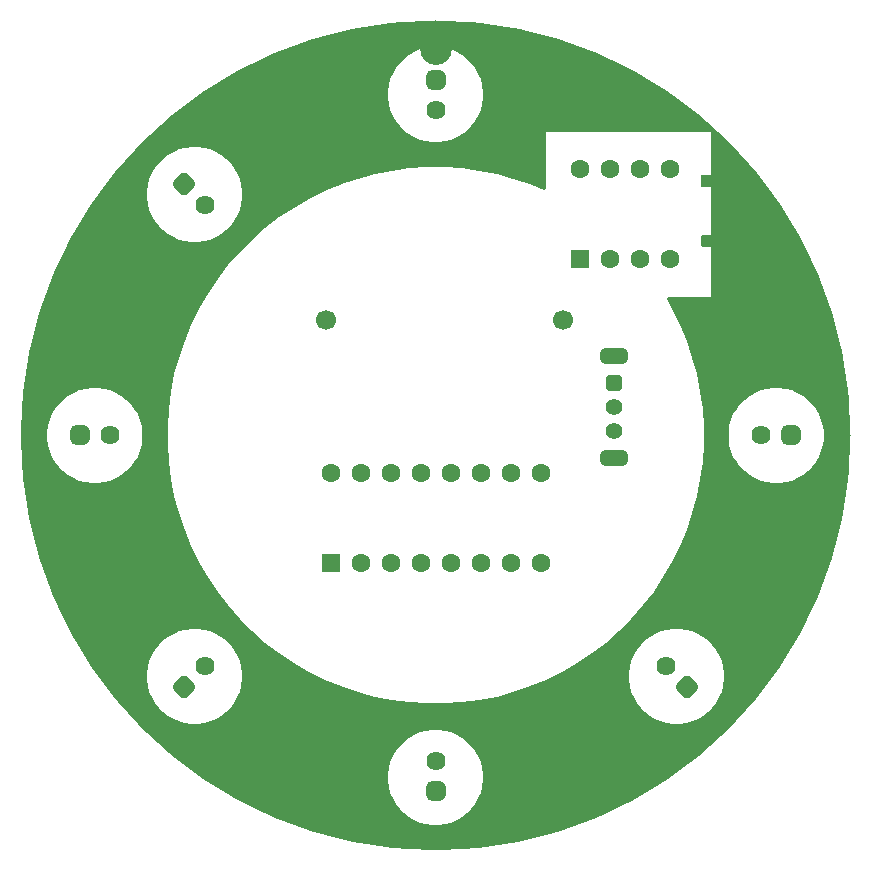
<source format=gts>
G04*
G04 #@! TF.GenerationSoftware,Altium Limited,Altium Designer,25.1.2 (22)*
G04*
G04 Layer_Color=8388736*
%FSLAX25Y25*%
%MOIN*%
G70*
G04*
G04 #@! TF.SameCoordinates,1F9D3A5C-45A7-463C-8666-355E490B88AF*
G04*
G04*
G04 #@! TF.FilePolarity,Negative*
G04*
G01*
G75*
%ADD11C,0.01000*%
G04:AMPARAMS|DCode=12|XSize=55.12mil|YSize=55.12mil|CornerRadius=14.76mil|HoleSize=0mil|Usage=FLASHONLY|Rotation=270.000|XOffset=0mil|YOffset=0mil|HoleType=Round|Shape=RoundedRectangle|*
%AMROUNDEDRECTD12*
21,1,0.05512,0.02559,0,0,270.0*
21,1,0.02559,0.05512,0,0,270.0*
1,1,0.02953,-0.01280,-0.01280*
1,1,0.02953,-0.01280,0.01280*
1,1,0.02953,0.01280,0.01280*
1,1,0.02953,0.01280,-0.01280*
%
%ADD12ROUNDEDRECTD12*%
%ADD13C,0.05512*%
G04:AMPARAMS|DCode=14|XSize=90.55mil|YSize=51.18mil|CornerRadius=13.78mil|HoleSize=0mil|Usage=FLASHONLY|Rotation=180.000|XOffset=0mil|YOffset=0mil|HoleType=Round|Shape=RoundedRectangle|*
%AMROUNDEDRECTD14*
21,1,0.09055,0.02362,0,0,180.0*
21,1,0.06299,0.05118,0,0,180.0*
1,1,0.02756,-0.03150,0.01181*
1,1,0.02756,0.03150,0.01181*
1,1,0.02756,0.03150,-0.01181*
1,1,0.02756,-0.03150,-0.01181*
%
%ADD14ROUNDEDRECTD14*%
%ADD15C,0.05906*%
%ADD16C,0.10630*%
%ADD17C,0.06693*%
%ADD18C,0.06299*%
%ADD19R,0.06299X0.06299*%
G04:AMPARAMS|DCode=20|XSize=43.31mil|YSize=43.31mil|CornerRadius=11.81mil|HoleSize=0mil|Usage=FLASHONLY|Rotation=270.000|XOffset=0mil|YOffset=0mil|HoleType=Round|Shape=RoundedRectangle|*
%AMROUNDEDRECTD20*
21,1,0.04331,0.01968,0,0,270.0*
21,1,0.01968,0.04331,0,0,270.0*
1,1,0.02362,-0.00984,-0.00984*
1,1,0.02362,-0.00984,0.00984*
1,1,0.02362,0.00984,0.00984*
1,1,0.02362,0.00984,-0.00984*
%
%ADD20ROUNDEDRECTD20*%
%ADD21R,0.04331X0.04331*%
%ADD22C,0.06394*%
G04:AMPARAMS|DCode=23|XSize=63.94mil|YSize=63.94mil|CornerRadius=16.97mil|HoleSize=0mil|Usage=FLASHONLY|Rotation=0.000|XOffset=0mil|YOffset=0mil|HoleType=Round|Shape=RoundedRectangle|*
%AMROUNDEDRECTD23*
21,1,0.06394,0.03000,0,0,0.0*
21,1,0.03000,0.06394,0,0,0.0*
1,1,0.03394,0.01500,-0.01500*
1,1,0.03394,-0.01500,-0.01500*
1,1,0.03394,-0.01500,0.01500*
1,1,0.03394,0.01500,0.01500*
%
%ADD23ROUNDEDRECTD23*%
G04:AMPARAMS|DCode=24|XSize=63.94mil|YSize=63.94mil|CornerRadius=16.97mil|HoleSize=0mil|Usage=FLASHONLY|Rotation=315.000|XOffset=0mil|YOffset=0mil|HoleType=Round|Shape=RoundedRectangle|*
%AMROUNDEDRECTD24*
21,1,0.06394,0.03000,0,0,315.0*
21,1,0.03000,0.06394,0,0,315.0*
1,1,0.03394,0.00000,-0.02121*
1,1,0.03394,-0.02121,0.00000*
1,1,0.03394,0.00000,0.02121*
1,1,0.03394,0.02121,0.00000*
%
%ADD24ROUNDEDRECTD24*%
G04:AMPARAMS|DCode=25|XSize=63.94mil|YSize=63.94mil|CornerRadius=16.97mil|HoleSize=0mil|Usage=FLASHONLY|Rotation=270.000|XOffset=0mil|YOffset=0mil|HoleType=Round|Shape=RoundedRectangle|*
%AMROUNDEDRECTD25*
21,1,0.06394,0.03000,0,0,270.0*
21,1,0.03000,0.06394,0,0,270.0*
1,1,0.03394,-0.01500,-0.01500*
1,1,0.03394,-0.01500,0.01500*
1,1,0.03394,0.01500,0.01500*
1,1,0.03394,0.01500,-0.01500*
%
%ADD25ROUNDEDRECTD25*%
G04:AMPARAMS|DCode=26|XSize=63.94mil|YSize=63.94mil|CornerRadius=16.97mil|HoleSize=0mil|Usage=FLASHONLY|Rotation=225.000|XOffset=0mil|YOffset=0mil|HoleType=Round|Shape=RoundedRectangle|*
%AMROUNDEDRECTD26*
21,1,0.06394,0.03000,0,0,225.0*
21,1,0.03000,0.06394,0,0,225.0*
1,1,0.03394,-0.02121,0.00000*
1,1,0.03394,0.00000,0.02121*
1,1,0.03394,0.02121,0.00000*
1,1,0.03394,0.00000,-0.02121*
%
%ADD26ROUNDEDRECTD26*%
G36*
X137792Y275567D02*
X141175Y275567D01*
X147932Y275235D01*
X154665Y274572D01*
X161357Y273579D01*
X167992Y272259D01*
X174555Y270615D01*
X181029Y268651D01*
X187399Y266372D01*
X193649Y263783D01*
X199765Y260890D01*
X205731Y257701D01*
X211534Y254223D01*
X217159Y250464D01*
X222593Y246434D01*
X227823Y242142D01*
X232835Y237599D01*
X237619Y232815D01*
X242162Y227802D01*
X246454Y222573D01*
X250484Y217139D01*
X254243Y211514D01*
X257721Y205711D01*
X260910Y199744D01*
X263803Y193629D01*
X266392Y187378D01*
X268671Y181009D01*
X270635Y174534D01*
X272279Y167972D01*
X273599Y161337D01*
X274592Y154645D01*
X275255Y147912D01*
X275588Y141155D01*
X275588Y137772D01*
X275588Y134389D01*
X275257Y127632D01*
X274594Y120899D01*
X273602Y114207D01*
X272282Y107571D01*
X270639Y101008D01*
X268675Y94534D01*
X266396Y88163D01*
X263808Y81913D01*
X260915Y75797D01*
X257726Y69830D01*
X254248Y64027D01*
X250490Y58401D01*
X246460Y52967D01*
X242168Y47737D01*
X237624Y42724D01*
X232840Y37940D01*
X227827Y33397D01*
X222597Y29105D01*
X217163Y25075D01*
X211538Y21316D01*
X205735Y17838D01*
X199768Y14649D01*
X193652Y11757D01*
X187401Y9168D01*
X181031Y6889D01*
X174557Y4925D01*
X167994Y3282D01*
X161358Y1963D01*
X154666Y970D01*
X147933Y308D01*
X141175Y-23D01*
X137792Y-23D01*
X134410Y-23D01*
X127652Y308D01*
X120919Y970D01*
X114227Y1963D01*
X107591Y3282D01*
X101028Y4925D01*
X94554Y6889D01*
X88184Y9168D01*
X81933Y11757D01*
X75817Y14649D01*
X69850Y17838D01*
X64047Y21316D01*
X58422Y25075D01*
X52987Y29105D01*
X47758Y33397D01*
X42745Y37940D01*
X37961Y42724D01*
X33417Y47737D01*
X29125Y52967D01*
X25095Y58401D01*
X21337Y64027D01*
X17858Y69830D01*
X14670Y75797D01*
X11777Y81913D01*
X9188Y88163D01*
X6909Y94534D01*
X4946Y101008D01*
X3302Y107571D01*
X1983Y114207D01*
X991Y120899D01*
X328Y127632D01*
X-3Y134389D01*
X-3Y137772D01*
X-3Y141155D01*
X328Y147912D01*
X991Y154645D01*
X1983Y161338D01*
X3302Y167973D01*
X4946Y174536D01*
X6909Y181011D01*
X9188Y187381D01*
X11777Y193631D01*
X14670Y199748D01*
X17858Y205714D01*
X21337Y211517D01*
X25095Y217143D01*
X29125Y222577D01*
X33417Y227807D01*
X37961Y232820D01*
X42745Y237604D01*
X47758Y242147D01*
X52987Y246439D01*
X58422Y250469D01*
X64047Y254228D01*
X69850Y257706D01*
X75817Y260895D01*
X81933Y263787D01*
X88184Y266376D01*
X94554Y268655D01*
X101028Y270619D01*
X107591Y272262D01*
X114227Y273582D01*
X120919Y274574D01*
X127652Y275236D01*
X134410Y275568D01*
X137792Y275567D01*
D02*
G37*
%LPC*%
G36*
X138822Y267227D02*
X137782Y267227D01*
X136742Y267227D01*
X134680Y266955D01*
X132670Y266417D01*
X130749Y265621D01*
X128947Y264581D01*
X127297Y263315D01*
X125826Y261844D01*
X124560Y260194D01*
X123520Y258392D01*
X122724Y256471D01*
X122186Y254462D01*
X121915Y252399D01*
X121915Y251359D01*
X121915Y250319D01*
X122186Y248257D01*
X122724Y246248D01*
X123520Y244326D01*
X124560Y242525D01*
X125826Y240875D01*
X127297Y239404D01*
X128947Y238138D01*
X130749Y237098D01*
X132670Y236302D01*
X134680Y235764D01*
X136742Y235492D01*
X137782Y235492D01*
X138822Y235492D01*
X140884Y235764D01*
X142893Y236302D01*
X144815Y237098D01*
X146616Y238138D01*
X148266Y239404D01*
X149737Y240875D01*
X151003Y242525D01*
X152043Y244326D01*
X152839Y246248D01*
X153378Y248257D01*
X153649Y250319D01*
X153649Y251359D01*
X153649Y252399D01*
X153378Y254462D01*
X152839Y256471D01*
X152043Y258392D01*
X151003Y260194D01*
X149737Y261844D01*
X148266Y263315D01*
X146616Y264581D01*
X144815Y265621D01*
X142893Y266417D01*
X140884Y266955D01*
X138822Y267227D01*
D02*
G37*
G36*
X58507Y233954D02*
X57467Y233954D01*
X56427Y233954D01*
X54365Y233682D01*
X52356Y233144D01*
X50434Y232348D01*
X48633Y231308D01*
X46983Y230042D01*
X45512Y228571D01*
X44246Y226921D01*
X43206Y225120D01*
X42410Y223198D01*
X41872Y221189D01*
X41600Y219127D01*
X41600Y218087D01*
X41600Y217047D01*
X41872Y214984D01*
X42410Y212975D01*
X43206Y211054D01*
X44246Y209252D01*
X45512Y207602D01*
X46983Y206131D01*
X48633Y204865D01*
X50434Y203825D01*
X52356Y203029D01*
X54365Y202491D01*
X56427Y202219D01*
X57467Y202219D01*
X58507Y202219D01*
X60570Y202491D01*
X62579Y203029D01*
X64500Y203825D01*
X66302Y204865D01*
X67952Y206131D01*
X69423Y207602D01*
X70689Y209252D01*
X71729Y211054D01*
X72525Y212975D01*
X73063Y214984D01*
X73335Y217047D01*
X73335Y218087D01*
X73335Y219127D01*
X73063Y221189D01*
X72525Y223198D01*
X71729Y225120D01*
X70689Y226921D01*
X69423Y228571D01*
X67952Y230042D01*
X66302Y231308D01*
X64500Y232348D01*
X62579Y233144D01*
X60570Y233682D01*
X58507Y233954D01*
D02*
G37*
G36*
X229497Y238806D02*
X174501D01*
Y220014D01*
X173846Y219576D01*
X169282Y221467D01*
X163743Y223348D01*
X158092Y224862D01*
X152355Y226004D01*
X146555Y226768D01*
X140717Y227151D01*
X137792Y227151D01*
X134867Y227151D01*
X129030Y226768D01*
X123230Y226004D01*
X117492Y224862D01*
X111842Y223348D01*
X106302Y221467D01*
X100898Y219228D01*
X95651Y216640D01*
X90585Y213715D01*
X85721Y210465D01*
X81080Y206903D01*
X76681Y203046D01*
X72545Y198909D01*
X68688Y194511D01*
X65126Y189870D01*
X61876Y185006D01*
X58951Y179940D01*
X56363Y174693D01*
X54124Y169289D01*
X52243Y163749D01*
X50729Y158098D01*
X49587Y152361D01*
X48823Y146561D01*
X48440Y140724D01*
X48440Y137799D01*
X48440Y134873D01*
X48823Y129036D01*
X49587Y123236D01*
X50729Y117499D01*
X52243Y111848D01*
X54124Y106308D01*
X56363Y100904D01*
X58951Y95657D01*
X61876Y90591D01*
X65126Y85727D01*
X68688Y81086D01*
X72545Y76688D01*
X76681Y72551D01*
X81080Y68694D01*
X85721Y65132D01*
X90585Y61882D01*
X95651Y58957D01*
X100898Y56369D01*
X106302Y54130D01*
X111842Y52249D01*
X117492Y50735D01*
X123230Y49593D01*
X129030Y48829D01*
X134867Y48446D01*
X137792Y48446D01*
X140717Y48446D01*
X146555Y48829D01*
X152355Y49593D01*
X158092Y50735D01*
X163743Y52249D01*
X169282Y54130D01*
X174687Y56369D01*
X179934Y58957D01*
X185000Y61882D01*
X189864Y65132D01*
X194505Y68694D01*
X198903Y72551D01*
X203040Y76688D01*
X206897Y81086D01*
X210459Y85727D01*
X213709Y90591D01*
X216634Y95657D01*
X219222Y100904D01*
X221461Y106308D01*
X223341Y111848D01*
X224856Y117499D01*
X225998Y123236D01*
X226762Y129036D01*
X227145Y134873D01*
X227145Y137799D01*
X227145Y140724D01*
X226762Y146561D01*
X225998Y152361D01*
X224856Y158098D01*
X223341Y163749D01*
X221461Y169289D01*
X219222Y174693D01*
X216634Y179940D01*
X214793Y183128D01*
X215187Y183810D01*
X229497D01*
Y238806D01*
D02*
G37*
G36*
X252383Y153639D02*
X251343Y153639D01*
X250303Y153639D01*
X248240Y153368D01*
X246231Y152830D01*
X244310Y152034D01*
X242508Y150994D01*
X240858Y149727D01*
X239387Y148257D01*
X238121Y146607D01*
X237081Y144805D01*
X236285Y142884D01*
X235747Y140874D01*
X235475Y138812D01*
X235475Y137772D01*
X235475Y136732D01*
X235747Y134670D01*
X236285Y132661D01*
X237081Y130739D01*
X238121Y128938D01*
X239387Y127287D01*
X240858Y125817D01*
X242508Y124550D01*
X244310Y123511D01*
X246231Y122715D01*
X248240Y122176D01*
X250303Y121905D01*
X251343Y121905D01*
X252383Y121905D01*
X254445Y122176D01*
X256454Y122715D01*
X258376Y123511D01*
X260177Y124550D01*
X261827Y125817D01*
X263298Y127287D01*
X264564Y128938D01*
X265604Y130739D01*
X266400Y132661D01*
X266939Y134670D01*
X267210Y136732D01*
X267210Y137772D01*
X267210Y138812D01*
X266939Y140874D01*
X266400Y142884D01*
X265604Y144805D01*
X264564Y146607D01*
X263298Y148257D01*
X261827Y149727D01*
X260177Y150994D01*
X258376Y152034D01*
X256454Y152830D01*
X254445Y153368D01*
X252383Y153639D01*
D02*
G37*
G36*
X25235D02*
X24195Y153639D01*
X23155Y153639D01*
X21092Y153368D01*
X19083Y152830D01*
X17162Y152034D01*
X15360Y150994D01*
X13710Y149727D01*
X12239Y148257D01*
X10973Y146607D01*
X9933Y144805D01*
X9137Y142884D01*
X8599Y140874D01*
X8327Y138812D01*
X8327Y137772D01*
X8327Y136732D01*
X8599Y134670D01*
X9137Y132661D01*
X9933Y130739D01*
X10973Y128938D01*
X12239Y127287D01*
X13710Y125817D01*
X15360Y124550D01*
X17162Y123511D01*
X19083Y122715D01*
X21092Y122176D01*
X23155Y121905D01*
X24195Y121905D01*
X25235Y121905D01*
X27297Y122176D01*
X29306Y122715D01*
X31228Y123511D01*
X33029Y124550D01*
X34679Y125817D01*
X36150Y127287D01*
X37416Y128938D01*
X38456Y130739D01*
X39252Y132661D01*
X39790Y134670D01*
X40062Y136732D01*
X40062Y137772D01*
X40062Y138812D01*
X39790Y140874D01*
X39252Y142884D01*
X38456Y144805D01*
X37416Y146607D01*
X36150Y148257D01*
X34679Y149727D01*
X33029Y150994D01*
X31228Y152034D01*
X29306Y152830D01*
X27297Y153368D01*
X25235Y153639D01*
D02*
G37*
G36*
X219110Y73351D02*
X218070Y73351D01*
X217030Y73351D01*
X214968Y73080D01*
X212959Y72542D01*
X211037Y71746D01*
X209236Y70706D01*
X207585Y69439D01*
X206115Y67969D01*
X204848Y66318D01*
X203808Y64517D01*
X203012Y62595D01*
X202474Y60586D01*
X202203Y58524D01*
X202203Y57484D01*
X202203Y56444D01*
X202474Y54382D01*
X203012Y52373D01*
X203808Y50451D01*
X204848Y48650D01*
X206115Y46999D01*
X207585Y45529D01*
X209236Y44262D01*
X211037Y43222D01*
X212959Y42426D01*
X214968Y41888D01*
X217030Y41617D01*
X218070Y41617D01*
X219110Y41617D01*
X221172Y41888D01*
X223181Y42426D01*
X225103Y43222D01*
X226904Y44262D01*
X228555Y45529D01*
X230025Y46999D01*
X231292Y48650D01*
X232331Y50451D01*
X233127Y52373D01*
X233666Y54382D01*
X233937Y56444D01*
X233937Y57484D01*
X233937Y58524D01*
X233666Y60586D01*
X233127Y62595D01*
X232331Y64517D01*
X231292Y66318D01*
X230025Y67969D01*
X228555Y69439D01*
X226904Y70706D01*
X225103Y71746D01*
X223181Y72542D01*
X221172Y73080D01*
X219110Y73351D01*
D02*
G37*
G36*
X58507D02*
X57467Y73351D01*
X56427Y73351D01*
X54365Y73080D01*
X52356Y72542D01*
X50434Y71746D01*
X48633Y70706D01*
X46983Y69439D01*
X45512Y67969D01*
X44246Y66318D01*
X43206Y64517D01*
X42410Y62595D01*
X41872Y60586D01*
X41600Y58524D01*
X41600Y57484D01*
X41600Y56444D01*
X41872Y54382D01*
X42410Y52373D01*
X43206Y50451D01*
X44246Y48650D01*
X45512Y46999D01*
X46983Y45529D01*
X48633Y44262D01*
X50434Y43222D01*
X52356Y42426D01*
X54365Y41888D01*
X56427Y41617D01*
X57467Y41617D01*
X58507Y41617D01*
X60570Y41888D01*
X62579Y42426D01*
X64500Y43222D01*
X66302Y44262D01*
X67952Y45529D01*
X69423Y46999D01*
X70689Y48650D01*
X71729Y50451D01*
X72525Y52373D01*
X73063Y54382D01*
X73335Y56444D01*
X73335Y57484D01*
X73335Y58524D01*
X73063Y60586D01*
X72525Y62595D01*
X71729Y64517D01*
X70689Y66318D01*
X69423Y67969D01*
X67952Y69439D01*
X66302Y70706D01*
X64500Y71746D01*
X62579Y72542D01*
X60570Y73080D01*
X58507Y73351D01*
D02*
G37*
G36*
X138816Y39658D02*
X137776Y39658D01*
X136736Y39658D01*
X134674Y39386D01*
X132665Y38848D01*
X130743Y38052D01*
X128942Y37012D01*
X127292Y35746D01*
X125821Y34275D01*
X124555Y32625D01*
X123515Y30823D01*
X122719Y28901D01*
X122180Y26892D01*
X121909Y24830D01*
X121909Y23790D01*
X121909Y22750D01*
X122180Y20688D01*
X122719Y18679D01*
X123515Y16757D01*
X124555Y14956D01*
X125821Y13306D01*
X127292Y11835D01*
X128942Y10569D01*
X130743Y9529D01*
X132665Y8733D01*
X134674Y8194D01*
X136736Y7923D01*
X137776Y7923D01*
X138816Y7923D01*
X140878Y8194D01*
X142888Y8733D01*
X144809Y9529D01*
X146611Y10569D01*
X148261Y11835D01*
X149732Y13306D01*
X150998Y14956D01*
X152038Y16757D01*
X152834Y18679D01*
X153372Y20688D01*
X153644Y22750D01*
X153644Y23790D01*
X153644Y24830D01*
X153372Y26892D01*
X152834Y28901D01*
X152038Y30823D01*
X150998Y32625D01*
X149732Y34275D01*
X148261Y35746D01*
X146611Y37012D01*
X144809Y38052D01*
X142888Y38848D01*
X140878Y39386D01*
X138816Y39658D01*
D02*
G37*
%LPD*%
D11*
X275591Y137795D02*
G03*
X275591Y137795I-137795J0D01*
G01*
D12*
X197244Y155118D02*
D03*
D13*
Y139370D02*
D03*
Y147244D02*
D03*
D14*
Y164173D02*
D03*
Y130315D02*
D03*
D15*
X118347Y228156D02*
D03*
X104882Y265151D02*
D03*
X90708Y260624D02*
D03*
X104174Y223628D02*
D03*
X77913Y254718D02*
D03*
X91378Y217723D02*
D03*
D16*
X137795Y266732D02*
D03*
D17*
X180118Y176181D02*
D03*
X101378D02*
D03*
D18*
X162795Y125236D02*
D03*
X152795D02*
D03*
X142795D02*
D03*
X132795D02*
D03*
X122795D02*
D03*
X112795D02*
D03*
X102795D02*
D03*
X172795D02*
D03*
Y95236D02*
D03*
X142795D02*
D03*
X152795D02*
D03*
X162795D02*
D03*
X132795D02*
D03*
X122795D02*
D03*
X112795D02*
D03*
X215787Y226614D02*
D03*
X205787D02*
D03*
X195787D02*
D03*
X185787D02*
D03*
X215787Y196614D02*
D03*
X205787D02*
D03*
X195787D02*
D03*
D19*
X102795Y95236D02*
D03*
X185787Y196614D02*
D03*
D20*
X228346Y202598D02*
D03*
D21*
Y222598D02*
D03*
D22*
X246353Y137772D02*
D03*
X214545Y61020D02*
D03*
X137792Y29211D02*
D03*
X61013Y61020D02*
D03*
X29205Y137772D02*
D03*
X61013Y214551D02*
D03*
X137792Y246359D02*
D03*
D23*
X256353Y137772D02*
D03*
X19205Y137772D02*
D03*
D24*
X221616Y53948D02*
D03*
X53942Y221622D02*
D03*
D25*
X137792Y19211D02*
D03*
Y256359D02*
D03*
D26*
X53942Y53948D02*
D03*
M02*

</source>
